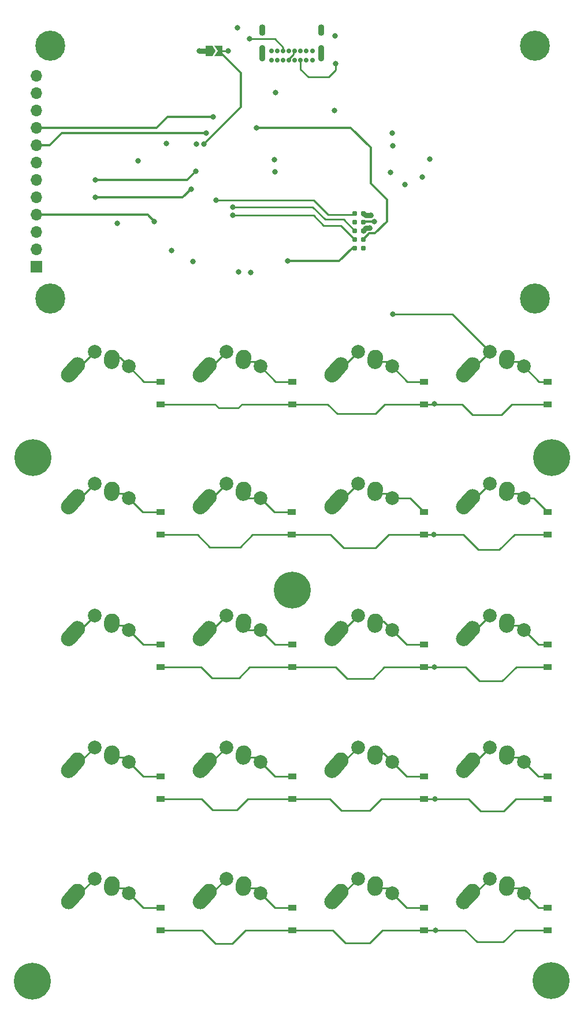
<source format=gbr>
%TF.GenerationSoftware,KiCad,Pcbnew,(5.1.6)-1*%
%TF.CreationDate,2020-12-15T22:49:58+02:00*%
%TF.ProjectId,macropad,6d616372-6f70-4616-942e-6b696361645f,rev?*%
%TF.SameCoordinates,Original*%
%TF.FileFunction,Copper,L4,Bot*%
%TF.FilePolarity,Positive*%
%FSLAX46Y46*%
G04 Gerber Fmt 4.6, Leading zero omitted, Abs format (unit mm)*
G04 Created by KiCad (PCBNEW (5.1.6)-1) date 2020-12-15 22:49:58*
%MOMM*%
%LPD*%
G01*
G04 APERTURE LIST*
%TA.AperFunction,ComponentPad*%
%ADD10R,1.700000X1.700000*%
%TD*%
%TA.AperFunction,ComponentPad*%
%ADD11O,1.700000X1.700000*%
%TD*%
%TA.AperFunction,ComponentPad*%
%ADD12C,2.000000*%
%TD*%
%TA.AperFunction,ComponentPad*%
%ADD13C,2.250000*%
%TD*%
%TA.AperFunction,ComponentPad*%
%ADD14C,0.800000*%
%TD*%
%TA.AperFunction,ComponentPad*%
%ADD15C,5.400000*%
%TD*%
%TA.AperFunction,ComponentPad*%
%ADD16C,0.700000*%
%TD*%
%TA.AperFunction,ComponentPad*%
%ADD17C,4.400000*%
%TD*%
%TA.AperFunction,SMDPad,CuDef*%
%ADD18R,1.200000X0.900000*%
%TD*%
%TA.AperFunction,ComponentPad*%
%ADD19O,0.900000X2.400000*%
%TD*%
%TA.AperFunction,ComponentPad*%
%ADD20O,0.900000X1.700000*%
%TD*%
%TA.AperFunction,ConnectorPad*%
%ADD21C,0.787400*%
%TD*%
%TA.AperFunction,SMDPad,CuDef*%
%ADD22C,0.100000*%
%TD*%
%TA.AperFunction,ViaPad*%
%ADD23C,0.800000*%
%TD*%
%TA.AperFunction,Conductor*%
%ADD24C,0.300000*%
%TD*%
%TA.AperFunction,Conductor*%
%ADD25C,0.750000*%
%TD*%
%TA.AperFunction,Conductor*%
%ADD26C,0.250000*%
%TD*%
G04 APERTURE END LIST*
D10*
%TO.P,J3,1*%
%TO.N,GND*%
X81900000Y-74050000D03*
D11*
%TO.P,J3,2*%
%TO.N,LCD_LED*%
X81900000Y-71510000D03*
%TO.P,J3,3*%
%TO.N,+3V3*%
X81900000Y-68970000D03*
%TO.P,J3,4*%
%TO.N,TS_IQR*%
X81900000Y-66430000D03*
%TO.P,J3,5*%
%TO.N,TS_BSY*%
X81900000Y-63890000D03*
%TO.P,J3,6*%
%TO.N,TS_CS*%
X81900000Y-61350000D03*
%TO.P,J3,7*%
%TO.N,SPI_MISO*%
X81900000Y-58810000D03*
%TO.P,J3,8*%
%TO.N,SPI_MOSI*%
X81900000Y-56270000D03*
%TO.P,J3,9*%
%TO.N,SPI_SCK*%
X81900000Y-53730000D03*
%TO.P,J3,10*%
%TO.N,LCD_CS*%
X81900000Y-51190000D03*
%TO.P,J3,11*%
%TO.N,LCD_DC*%
X81900000Y-48650000D03*
%TO.P,J3,12*%
%TO.N,LCD_RST*%
X81900000Y-46110000D03*
%TD*%
D12*
%TO.P,SW2,2*%
%TO.N,Col2*%
X109700000Y-86500000D03*
%TO.P,SW2,1*%
%TO.N,Net-(D2-Pad2)*%
X114700000Y-88600000D03*
D13*
%TO.P,SW2,2*%
%TO.N,Col2*%
X107200000Y-88400000D03*
%TA.AperFunction,ComponentPad*%
G36*
G01*
X105138688Y-90697351D02*
X105138688Y-90697350D01*
G75*
G02*
X105052650Y-89108688I751312J837350D01*
G01*
X106362640Y-87648680D01*
G75*
G02*
X107951302Y-87562642I837350J-751312D01*
G01*
X107951302Y-87562642D01*
G75*
G02*
X108037340Y-89151304I-751312J-837350D01*
G01*
X106727350Y-90611312D01*
G75*
G02*
X105138688Y-90697350I-837350J751312D01*
G01*
G37*
%TD.AperFunction*%
%TO.P,SW2,1*%
%TO.N,Net-(D2-Pad2)*%
X112240000Y-87320000D03*
%TA.AperFunction,ComponentPad*%
G36*
G01*
X112123483Y-89022395D02*
X112123483Y-89022395D01*
G75*
G02*
X111077605Y-87823483I76517J1122395D01*
G01*
X111117147Y-87243451D01*
G75*
G02*
X112316059Y-86197573I1122395J-76517D01*
G01*
X112316059Y-86197573D01*
G75*
G02*
X113361937Y-87396485I-76517J-1122395D01*
G01*
X113322395Y-87976517D01*
G75*
G02*
X112123483Y-89022395I-1122395J76517D01*
G01*
G37*
%TD.AperFunction*%
%TD*%
D14*
%TO.P,H9,1*%
%TO.N,GND*%
X158781891Y-177118109D03*
X157350000Y-176525000D03*
X155918109Y-177118109D03*
X155325000Y-178550000D03*
X155918109Y-179981891D03*
X157350000Y-180575000D03*
X158781891Y-179981891D03*
X159375000Y-178550000D03*
D15*
X157350000Y-178550000D03*
%TD*%
D16*
%TO.P,H4,1*%
%TO.N,GND*%
X156066726Y-77533274D03*
X154900000Y-77050000D03*
X153733274Y-77533274D03*
X153250000Y-78700000D03*
X153733274Y-79866726D03*
X154900000Y-80350000D03*
X156066726Y-79866726D03*
X156550000Y-78700000D03*
D17*
X154900000Y-78700000D03*
%TD*%
D16*
%TO.P,H3,1*%
%TO.N,GND*%
X85066726Y-77533274D03*
X83900000Y-77050000D03*
X82733274Y-77533274D03*
X82250000Y-78700000D03*
X82733274Y-79866726D03*
X83900000Y-80350000D03*
X85066726Y-79866726D03*
X85550000Y-78700000D03*
D17*
X83900000Y-78700000D03*
%TD*%
D16*
%TO.P,H2,1*%
%TO.N,GND*%
X156066726Y-40533274D03*
X154900000Y-40050000D03*
X153733274Y-40533274D03*
X153250000Y-41700000D03*
X153733274Y-42866726D03*
X154900000Y-43350000D03*
X156066726Y-42866726D03*
X156550000Y-41700000D03*
D17*
X154900000Y-41700000D03*
%TD*%
D16*
%TO.P,H1,1*%
%TO.N,GND*%
X85066726Y-40533274D03*
X83900000Y-40050000D03*
X82733274Y-40533274D03*
X82250000Y-41700000D03*
X82733274Y-42866726D03*
X83900000Y-43350000D03*
X85066726Y-42866726D03*
X85550000Y-41700000D03*
D17*
X83900000Y-41700000D03*
%TD*%
D18*
%TO.P,D1,1*%
%TO.N,Row1*%
X100050000Y-94150000D03*
%TO.P,D1,2*%
%TO.N,Net-(D1-Pad2)*%
X100050000Y-90850000D03*
%TD*%
%TO.P,D2,1*%
%TO.N,Row1*%
X119350000Y-94150000D03*
%TO.P,D2,2*%
%TO.N,Net-(D2-Pad2)*%
X119350000Y-90850000D03*
%TD*%
%TO.P,D3,2*%
%TO.N,Net-(D3-Pad2)*%
X138650000Y-90850000D03*
%TO.P,D3,1*%
%TO.N,Row1*%
X138650000Y-94150000D03*
%TD*%
%TO.P,D4,1*%
%TO.N,Row1*%
X156825000Y-94150000D03*
%TO.P,D4,2*%
%TO.N,Net-(D4-Pad2)*%
X156825000Y-90850000D03*
%TD*%
%TO.P,D5,2*%
%TO.N,Net-(D5-Pad2)*%
X100050000Y-109950000D03*
%TO.P,D5,1*%
%TO.N,Row2*%
X100050000Y-113250000D03*
%TD*%
%TO.P,D6,2*%
%TO.N,Net-(D6-Pad2)*%
X119300000Y-109950000D03*
%TO.P,D6,1*%
%TO.N,Row2*%
X119300000Y-113250000D03*
%TD*%
%TO.P,D7,1*%
%TO.N,Row2*%
X138700000Y-113250000D03*
%TO.P,D7,2*%
%TO.N,Net-(D7-Pad2)*%
X138700000Y-109950000D03*
%TD*%
%TO.P,D8,2*%
%TO.N,Net-(D8-Pad2)*%
X156825000Y-109950000D03*
%TO.P,D8,1*%
%TO.N,Row2*%
X156825000Y-113250000D03*
%TD*%
%TO.P,D9,1*%
%TO.N,Row3*%
X100050000Y-132650000D03*
%TO.P,D9,2*%
%TO.N,Net-(D9-Pad2)*%
X100050000Y-129350000D03*
%TD*%
%TO.P,D10,1*%
%TO.N,Row3*%
X119350000Y-132650000D03*
%TO.P,D10,2*%
%TO.N,Net-(D10-Pad2)*%
X119350000Y-129350000D03*
%TD*%
%TO.P,D11,2*%
%TO.N,Net-(D11-Pad2)*%
X138650000Y-129350000D03*
%TO.P,D11,1*%
%TO.N,Row3*%
X138650000Y-132650000D03*
%TD*%
%TO.P,D12,1*%
%TO.N,Row3*%
X156825000Y-132625000D03*
%TO.P,D12,2*%
%TO.N,Net-(D12-Pad2)*%
X156825000Y-129325000D03*
%TD*%
%TO.P,D13,2*%
%TO.N,Net-(D13-Pad2)*%
X100050000Y-148650000D03*
%TO.P,D13,1*%
%TO.N,Row4*%
X100050000Y-151950000D03*
%TD*%
%TO.P,D14,2*%
%TO.N,Net-(D14-Pad2)*%
X119350000Y-148650000D03*
%TO.P,D14,1*%
%TO.N,Row4*%
X119350000Y-151950000D03*
%TD*%
%TO.P,D15,1*%
%TO.N,Row4*%
X138650000Y-151950000D03*
%TO.P,D15,2*%
%TO.N,Net-(D15-Pad2)*%
X138650000Y-148650000D03*
%TD*%
%TO.P,D16,2*%
%TO.N,Net-(D16-Pad2)*%
X156825000Y-148650000D03*
%TO.P,D16,1*%
%TO.N,Row4*%
X156825000Y-151950000D03*
%TD*%
%TO.P,D17,1*%
%TO.N,Row5*%
X100050000Y-171150000D03*
%TO.P,D17,2*%
%TO.N,Net-(D17-Pad2)*%
X100050000Y-167850000D03*
%TD*%
%TO.P,D18,1*%
%TO.N,Row5*%
X119350000Y-171150000D03*
%TO.P,D18,2*%
%TO.N,Net-(D18-Pad2)*%
X119350000Y-167850000D03*
%TD*%
%TO.P,D19,2*%
%TO.N,Net-(D19-Pad2)*%
X138650000Y-167850000D03*
%TO.P,D19,1*%
%TO.N,Row5*%
X138650000Y-171150000D03*
%TD*%
%TO.P,D20,2*%
%TO.N,Net-(D20-Pad2)*%
X156825000Y-167850000D03*
%TO.P,D20,1*%
%TO.N,Row5*%
X156825000Y-171150000D03*
%TD*%
D15*
%TO.P,H5,1*%
%TO.N,GND*%
X81400000Y-102000000D03*
D14*
X83425000Y-102000000D03*
X82831891Y-103431891D03*
X81400000Y-104025000D03*
X79968109Y-103431891D03*
X79375000Y-102000000D03*
X79968109Y-100568109D03*
X81400000Y-99975000D03*
X82831891Y-100568109D03*
%TD*%
D15*
%TO.P,H6,1*%
%TO.N,GND*%
X157400000Y-102000000D03*
D14*
X159425000Y-102000000D03*
X158831891Y-103431891D03*
X157400000Y-104025000D03*
X155968109Y-103431891D03*
X155375000Y-102000000D03*
X155968109Y-100568109D03*
X157400000Y-99975000D03*
X158831891Y-100568109D03*
%TD*%
%TO.P,H7,1*%
%TO.N,GND*%
X120781891Y-119943109D03*
X119350000Y-119350000D03*
X117918109Y-119943109D03*
X117325000Y-121375000D03*
X117918109Y-122806891D03*
X119350000Y-123400000D03*
X120781891Y-122806891D03*
X121375000Y-121375000D03*
D15*
X119350000Y-121375000D03*
%TD*%
D14*
%TO.P,H8,1*%
%TO.N,GND*%
X82706891Y-177168109D03*
X81275000Y-176575000D03*
X79843109Y-177168109D03*
X79250000Y-178600000D03*
X79843109Y-180031891D03*
X81275000Y-180625000D03*
X82706891Y-180031891D03*
X83300000Y-178600000D03*
D15*
X81275000Y-178600000D03*
%TD*%
D16*
%TO.P,J1,A1*%
%TO.N,GND*%
X122300000Y-43800000D03*
%TO.P,J1,A4*%
%TO.N,+5V*%
X121450000Y-43800000D03*
%TO.P,J1,A5*%
%TO.N,Net-(J1-PadA5)*%
X120600000Y-43800000D03*
%TO.P,J1,A6*%
%TO.N,USB_D+*%
X119750000Y-43800000D03*
%TO.P,J1,A7*%
%TO.N,USB_D-*%
X118900000Y-43800000D03*
%TO.P,J1,A8*%
%TO.N,Net-(J1-PadA8)*%
X118050000Y-43800000D03*
%TO.P,J1,A9*%
%TO.N,+5V*%
X117200000Y-43800000D03*
%TO.P,J1,A12*%
%TO.N,GND*%
X116350000Y-43800000D03*
%TO.P,J1,B9*%
%TO.N,+5V*%
X121450000Y-42450000D03*
%TO.P,J1,B7*%
%TO.N,USB_D-*%
X119750000Y-42450000D03*
%TO.P,J1,B8*%
%TO.N,Net-(J1-PadB8)*%
X120600000Y-42450000D03*
%TO.P,J1,B12*%
%TO.N,GND*%
X122300000Y-42450000D03*
%TO.P,J1,B5*%
%TO.N,Net-(J1-PadB5)*%
X118050000Y-42450000D03*
%TO.P,J1,B4*%
%TO.N,+5V*%
X117200000Y-42450000D03*
%TO.P,J1,B1*%
%TO.N,GND*%
X116350000Y-42450000D03*
%TO.P,J1,B6*%
%TO.N,USB_D+*%
X118900000Y-42450000D03*
D19*
%TO.P,J1,S1*%
%TO.N,Net-(J1-PadS1)*%
X123650000Y-42820000D03*
X115000000Y-42820000D03*
D20*
X123650000Y-39440000D03*
X115000000Y-39440000D03*
%TD*%
D21*
%TO.P,J2,1*%
%TO.N,+3V3*%
X129785000Y-66210000D03*
%TO.P,J2,2*%
%TO.N,SWDIO*%
X129785000Y-67480000D03*
%TO.P,J2,3*%
%TO.N,GND*%
X129785000Y-68750000D03*
%TO.P,J2,4*%
%TO.N,SWCLK*%
X129785000Y-70020000D03*
%TO.P,J2,5*%
%TO.N,Net-(J2-Pad5)*%
X129785000Y-71290000D03*
%TO.P,J2,6*%
%TO.N,SWO*%
X128515000Y-71290000D03*
%TO.P,J2,7*%
%TO.N,UART_RX*%
X128515000Y-70020000D03*
%TO.P,J2,8*%
%TO.N,UART_TX*%
X128515000Y-68750000D03*
%TO.P,J2,9*%
%TO.N,Net-(J2-Pad9)*%
X128515000Y-67480000D03*
%TO.P,J2,10*%
%TO.N,NRST*%
X128515000Y-66210000D03*
%TD*%
%TO.P,SW1,1*%
%TO.N,Net-(D1-Pad2)*%
%TA.AperFunction,ComponentPad*%
G36*
G01*
X92823483Y-89022395D02*
X92823483Y-89022395D01*
G75*
G02*
X91777605Y-87823483I76517J1122395D01*
G01*
X91817147Y-87243451D01*
G75*
G02*
X93016059Y-86197573I1122395J-76517D01*
G01*
X93016059Y-86197573D01*
G75*
G02*
X94061937Y-87396485I-76517J-1122395D01*
G01*
X94022395Y-87976517D01*
G75*
G02*
X92823483Y-89022395I-1122395J76517D01*
G01*
G37*
%TD.AperFunction*%
D13*
X92940000Y-87320000D03*
%TO.P,SW1,2*%
%TO.N,Col1*%
%TA.AperFunction,ComponentPad*%
G36*
G01*
X85838688Y-90697351D02*
X85838688Y-90697350D01*
G75*
G02*
X85752650Y-89108688I751312J837350D01*
G01*
X87062640Y-87648680D01*
G75*
G02*
X88651302Y-87562642I837350J-751312D01*
G01*
X88651302Y-87562642D01*
G75*
G02*
X88737340Y-89151304I-751312J-837350D01*
G01*
X87427350Y-90611312D01*
G75*
G02*
X85838688Y-90697350I-837350J751312D01*
G01*
G37*
%TD.AperFunction*%
X87900000Y-88400000D03*
D12*
%TO.P,SW1,1*%
%TO.N,Net-(D1-Pad2)*%
X95400000Y-88600000D03*
%TO.P,SW1,2*%
%TO.N,Col1*%
X90400000Y-86500000D03*
%TD*%
%TO.P,SW3,2*%
%TO.N,Col3*%
X129000000Y-86500000D03*
%TO.P,SW3,1*%
%TO.N,Net-(D3-Pad2)*%
X134000000Y-88600000D03*
D13*
%TO.P,SW3,2*%
%TO.N,Col3*%
X126500000Y-88400000D03*
%TA.AperFunction,ComponentPad*%
G36*
G01*
X124438688Y-90697351D02*
X124438688Y-90697350D01*
G75*
G02*
X124352650Y-89108688I751312J837350D01*
G01*
X125662640Y-87648680D01*
G75*
G02*
X127251302Y-87562642I837350J-751312D01*
G01*
X127251302Y-87562642D01*
G75*
G02*
X127337340Y-89151304I-751312J-837350D01*
G01*
X126027350Y-90611312D01*
G75*
G02*
X124438688Y-90697350I-837350J751312D01*
G01*
G37*
%TD.AperFunction*%
%TO.P,SW3,1*%
%TO.N,Net-(D3-Pad2)*%
X131540000Y-87320000D03*
%TA.AperFunction,ComponentPad*%
G36*
G01*
X131423483Y-89022395D02*
X131423483Y-89022395D01*
G75*
G02*
X130377605Y-87823483I76517J1122395D01*
G01*
X130417147Y-87243451D01*
G75*
G02*
X131616059Y-86197573I1122395J-76517D01*
G01*
X131616059Y-86197573D01*
G75*
G02*
X132661937Y-87396485I-76517J-1122395D01*
G01*
X132622395Y-87976517D01*
G75*
G02*
X131423483Y-89022395I-1122395J76517D01*
G01*
G37*
%TD.AperFunction*%
%TD*%
%TO.P,SW4,1*%
%TO.N,Net-(D4-Pad2)*%
%TA.AperFunction,ComponentPad*%
G36*
G01*
X150723483Y-89022395D02*
X150723483Y-89022395D01*
G75*
G02*
X149677605Y-87823483I76517J1122395D01*
G01*
X149717147Y-87243451D01*
G75*
G02*
X150916059Y-86197573I1122395J-76517D01*
G01*
X150916059Y-86197573D01*
G75*
G02*
X151961937Y-87396485I-76517J-1122395D01*
G01*
X151922395Y-87976517D01*
G75*
G02*
X150723483Y-89022395I-1122395J76517D01*
G01*
G37*
%TD.AperFunction*%
X150840000Y-87320000D03*
%TO.P,SW4,2*%
%TO.N,Col4*%
%TA.AperFunction,ComponentPad*%
G36*
G01*
X143738688Y-90697351D02*
X143738688Y-90697350D01*
G75*
G02*
X143652650Y-89108688I751312J837350D01*
G01*
X144962640Y-87648680D01*
G75*
G02*
X146551302Y-87562642I837350J-751312D01*
G01*
X146551302Y-87562642D01*
G75*
G02*
X146637340Y-89151304I-751312J-837350D01*
G01*
X145327350Y-90611312D01*
G75*
G02*
X143738688Y-90697350I-837350J751312D01*
G01*
G37*
%TD.AperFunction*%
X145800000Y-88400000D03*
D12*
%TO.P,SW4,1*%
%TO.N,Net-(D4-Pad2)*%
X153300000Y-88600000D03*
%TO.P,SW4,2*%
%TO.N,Col4*%
X148300000Y-86500000D03*
%TD*%
%TO.P,SW5,2*%
%TO.N,Col1*%
X90400000Y-105800000D03*
%TO.P,SW5,1*%
%TO.N,Net-(D5-Pad2)*%
X95400000Y-107900000D03*
D13*
%TO.P,SW5,2*%
%TO.N,Col1*%
X87900000Y-107700000D03*
%TA.AperFunction,ComponentPad*%
G36*
G01*
X85838688Y-109997351D02*
X85838688Y-109997350D01*
G75*
G02*
X85752650Y-108408688I751312J837350D01*
G01*
X87062640Y-106948680D01*
G75*
G02*
X88651302Y-106862642I837350J-751312D01*
G01*
X88651302Y-106862642D01*
G75*
G02*
X88737340Y-108451304I-751312J-837350D01*
G01*
X87427350Y-109911312D01*
G75*
G02*
X85838688Y-109997350I-837350J751312D01*
G01*
G37*
%TD.AperFunction*%
%TO.P,SW5,1*%
%TO.N,Net-(D5-Pad2)*%
X92940000Y-106620000D03*
%TA.AperFunction,ComponentPad*%
G36*
G01*
X92823483Y-108322395D02*
X92823483Y-108322395D01*
G75*
G02*
X91777605Y-107123483I76517J1122395D01*
G01*
X91817147Y-106543451D01*
G75*
G02*
X93016059Y-105497573I1122395J-76517D01*
G01*
X93016059Y-105497573D01*
G75*
G02*
X94061937Y-106696485I-76517J-1122395D01*
G01*
X94022395Y-107276517D01*
G75*
G02*
X92823483Y-108322395I-1122395J76517D01*
G01*
G37*
%TD.AperFunction*%
%TD*%
%TO.P,SW6,1*%
%TO.N,Net-(D6-Pad2)*%
%TA.AperFunction,ComponentPad*%
G36*
G01*
X112123483Y-108322395D02*
X112123483Y-108322395D01*
G75*
G02*
X111077605Y-107123483I76517J1122395D01*
G01*
X111117147Y-106543451D01*
G75*
G02*
X112316059Y-105497573I1122395J-76517D01*
G01*
X112316059Y-105497573D01*
G75*
G02*
X113361937Y-106696485I-76517J-1122395D01*
G01*
X113322395Y-107276517D01*
G75*
G02*
X112123483Y-108322395I-1122395J76517D01*
G01*
G37*
%TD.AperFunction*%
X112240000Y-106620000D03*
%TO.P,SW6,2*%
%TO.N,Col2*%
%TA.AperFunction,ComponentPad*%
G36*
G01*
X105138688Y-109997351D02*
X105138688Y-109997350D01*
G75*
G02*
X105052650Y-108408688I751312J837350D01*
G01*
X106362640Y-106948680D01*
G75*
G02*
X107951302Y-106862642I837350J-751312D01*
G01*
X107951302Y-106862642D01*
G75*
G02*
X108037340Y-108451304I-751312J-837350D01*
G01*
X106727350Y-109911312D01*
G75*
G02*
X105138688Y-109997350I-837350J751312D01*
G01*
G37*
%TD.AperFunction*%
X107200000Y-107700000D03*
D12*
%TO.P,SW6,1*%
%TO.N,Net-(D6-Pad2)*%
X114700000Y-107900000D03*
%TO.P,SW6,2*%
%TO.N,Col2*%
X109700000Y-105800000D03*
%TD*%
%TO.P,SW7,1*%
%TO.N,Net-(D7-Pad2)*%
%TA.AperFunction,ComponentPad*%
G36*
G01*
X131423483Y-108322395D02*
X131423483Y-108322395D01*
G75*
G02*
X130377605Y-107123483I76517J1122395D01*
G01*
X130417147Y-106543451D01*
G75*
G02*
X131616059Y-105497573I1122395J-76517D01*
G01*
X131616059Y-105497573D01*
G75*
G02*
X132661937Y-106696485I-76517J-1122395D01*
G01*
X132622395Y-107276517D01*
G75*
G02*
X131423483Y-108322395I-1122395J76517D01*
G01*
G37*
%TD.AperFunction*%
D13*
X131540000Y-106620000D03*
%TO.P,SW7,2*%
%TO.N,Col3*%
%TA.AperFunction,ComponentPad*%
G36*
G01*
X124438688Y-109997351D02*
X124438688Y-109997350D01*
G75*
G02*
X124352650Y-108408688I751312J837350D01*
G01*
X125662640Y-106948680D01*
G75*
G02*
X127251302Y-106862642I837350J-751312D01*
G01*
X127251302Y-106862642D01*
G75*
G02*
X127337340Y-108451304I-751312J-837350D01*
G01*
X126027350Y-109911312D01*
G75*
G02*
X124438688Y-109997350I-837350J751312D01*
G01*
G37*
%TD.AperFunction*%
X126500000Y-107700000D03*
D12*
%TO.P,SW7,1*%
%TO.N,Net-(D7-Pad2)*%
X134000000Y-107900000D03*
%TO.P,SW7,2*%
%TO.N,Col3*%
X129000000Y-105800000D03*
%TD*%
%TO.P,SW8,2*%
%TO.N,Col4*%
X148300000Y-105800000D03*
%TO.P,SW8,1*%
%TO.N,Net-(D8-Pad2)*%
X153300000Y-107900000D03*
D13*
%TO.P,SW8,2*%
%TO.N,Col4*%
X145800000Y-107700000D03*
%TA.AperFunction,ComponentPad*%
G36*
G01*
X143738688Y-109997351D02*
X143738688Y-109997350D01*
G75*
G02*
X143652650Y-108408688I751312J837350D01*
G01*
X144962640Y-106948680D01*
G75*
G02*
X146551302Y-106862642I837350J-751312D01*
G01*
X146551302Y-106862642D01*
G75*
G02*
X146637340Y-108451304I-751312J-837350D01*
G01*
X145327350Y-109911312D01*
G75*
G02*
X143738688Y-109997350I-837350J751312D01*
G01*
G37*
%TD.AperFunction*%
%TO.P,SW8,1*%
%TO.N,Net-(D8-Pad2)*%
X150840000Y-106620000D03*
%TA.AperFunction,ComponentPad*%
G36*
G01*
X150723483Y-108322395D02*
X150723483Y-108322395D01*
G75*
G02*
X149677605Y-107123483I76517J1122395D01*
G01*
X149717147Y-106543451D01*
G75*
G02*
X150916059Y-105497573I1122395J-76517D01*
G01*
X150916059Y-105497573D01*
G75*
G02*
X151961937Y-106696485I-76517J-1122395D01*
G01*
X151922395Y-107276517D01*
G75*
G02*
X150723483Y-108322395I-1122395J76517D01*
G01*
G37*
%TD.AperFunction*%
%TD*%
D12*
%TO.P,SW9,2*%
%TO.N,Col1*%
X90400000Y-125100000D03*
%TO.P,SW9,1*%
%TO.N,Net-(D9-Pad2)*%
X95400000Y-127200000D03*
D13*
%TO.P,SW9,2*%
%TO.N,Col1*%
X87900000Y-127000000D03*
%TA.AperFunction,ComponentPad*%
G36*
G01*
X85838688Y-129297351D02*
X85838688Y-129297350D01*
G75*
G02*
X85752650Y-127708688I751312J837350D01*
G01*
X87062640Y-126248680D01*
G75*
G02*
X88651302Y-126162642I837350J-751312D01*
G01*
X88651302Y-126162642D01*
G75*
G02*
X88737340Y-127751304I-751312J-837350D01*
G01*
X87427350Y-129211312D01*
G75*
G02*
X85838688Y-129297350I-837350J751312D01*
G01*
G37*
%TD.AperFunction*%
%TO.P,SW9,1*%
%TO.N,Net-(D9-Pad2)*%
X92940000Y-125920000D03*
%TA.AperFunction,ComponentPad*%
G36*
G01*
X92823483Y-127622395D02*
X92823483Y-127622395D01*
G75*
G02*
X91777605Y-126423483I76517J1122395D01*
G01*
X91817147Y-125843451D01*
G75*
G02*
X93016059Y-124797573I1122395J-76517D01*
G01*
X93016059Y-124797573D01*
G75*
G02*
X94061937Y-125996485I-76517J-1122395D01*
G01*
X94022395Y-126576517D01*
G75*
G02*
X92823483Y-127622395I-1122395J76517D01*
G01*
G37*
%TD.AperFunction*%
%TD*%
D12*
%TO.P,SW10,2*%
%TO.N,Col2*%
X109700000Y-125100000D03*
%TO.P,SW10,1*%
%TO.N,Net-(D10-Pad2)*%
X114700000Y-127200000D03*
D13*
%TO.P,SW10,2*%
%TO.N,Col2*%
X107200000Y-127000000D03*
%TA.AperFunction,ComponentPad*%
G36*
G01*
X105138688Y-129297351D02*
X105138688Y-129297350D01*
G75*
G02*
X105052650Y-127708688I751312J837350D01*
G01*
X106362640Y-126248680D01*
G75*
G02*
X107951302Y-126162642I837350J-751312D01*
G01*
X107951302Y-126162642D01*
G75*
G02*
X108037340Y-127751304I-751312J-837350D01*
G01*
X106727350Y-129211312D01*
G75*
G02*
X105138688Y-129297350I-837350J751312D01*
G01*
G37*
%TD.AperFunction*%
%TO.P,SW10,1*%
%TO.N,Net-(D10-Pad2)*%
X112240000Y-125920000D03*
%TA.AperFunction,ComponentPad*%
G36*
G01*
X112123483Y-127622395D02*
X112123483Y-127622395D01*
G75*
G02*
X111077605Y-126423483I76517J1122395D01*
G01*
X111117147Y-125843451D01*
G75*
G02*
X112316059Y-124797573I1122395J-76517D01*
G01*
X112316059Y-124797573D01*
G75*
G02*
X113361937Y-125996485I-76517J-1122395D01*
G01*
X113322395Y-126576517D01*
G75*
G02*
X112123483Y-127622395I-1122395J76517D01*
G01*
G37*
%TD.AperFunction*%
%TD*%
D12*
%TO.P,SW11,2*%
%TO.N,Col3*%
X129000000Y-125100000D03*
%TO.P,SW11,1*%
%TO.N,Net-(D11-Pad2)*%
X134000000Y-127200000D03*
D13*
%TO.P,SW11,2*%
%TO.N,Col3*%
X126500000Y-127000000D03*
%TA.AperFunction,ComponentPad*%
G36*
G01*
X124438688Y-129297351D02*
X124438688Y-129297350D01*
G75*
G02*
X124352650Y-127708688I751312J837350D01*
G01*
X125662640Y-126248680D01*
G75*
G02*
X127251302Y-126162642I837350J-751312D01*
G01*
X127251302Y-126162642D01*
G75*
G02*
X127337340Y-127751304I-751312J-837350D01*
G01*
X126027350Y-129211312D01*
G75*
G02*
X124438688Y-129297350I-837350J751312D01*
G01*
G37*
%TD.AperFunction*%
%TO.P,SW11,1*%
%TO.N,Net-(D11-Pad2)*%
X131540000Y-125920000D03*
%TA.AperFunction,ComponentPad*%
G36*
G01*
X131423483Y-127622395D02*
X131423483Y-127622395D01*
G75*
G02*
X130377605Y-126423483I76517J1122395D01*
G01*
X130417147Y-125843451D01*
G75*
G02*
X131616059Y-124797573I1122395J-76517D01*
G01*
X131616059Y-124797573D01*
G75*
G02*
X132661937Y-125996485I-76517J-1122395D01*
G01*
X132622395Y-126576517D01*
G75*
G02*
X131423483Y-127622395I-1122395J76517D01*
G01*
G37*
%TD.AperFunction*%
%TD*%
%TO.P,SW12,1*%
%TO.N,Net-(D12-Pad2)*%
%TA.AperFunction,ComponentPad*%
G36*
G01*
X150723483Y-127622395D02*
X150723483Y-127622395D01*
G75*
G02*
X149677605Y-126423483I76517J1122395D01*
G01*
X149717147Y-125843451D01*
G75*
G02*
X150916059Y-124797573I1122395J-76517D01*
G01*
X150916059Y-124797573D01*
G75*
G02*
X151961937Y-125996485I-76517J-1122395D01*
G01*
X151922395Y-126576517D01*
G75*
G02*
X150723483Y-127622395I-1122395J76517D01*
G01*
G37*
%TD.AperFunction*%
X150840000Y-125920000D03*
%TO.P,SW12,2*%
%TO.N,Col4*%
%TA.AperFunction,ComponentPad*%
G36*
G01*
X143738688Y-129297351D02*
X143738688Y-129297350D01*
G75*
G02*
X143652650Y-127708688I751312J837350D01*
G01*
X144962640Y-126248680D01*
G75*
G02*
X146551302Y-126162642I837350J-751312D01*
G01*
X146551302Y-126162642D01*
G75*
G02*
X146637340Y-127751304I-751312J-837350D01*
G01*
X145327350Y-129211312D01*
G75*
G02*
X143738688Y-129297350I-837350J751312D01*
G01*
G37*
%TD.AperFunction*%
X145800000Y-127000000D03*
D12*
%TO.P,SW12,1*%
%TO.N,Net-(D12-Pad2)*%
X153300000Y-127200000D03*
%TO.P,SW12,2*%
%TO.N,Col4*%
X148300000Y-125100000D03*
%TD*%
%TO.P,SW13,1*%
%TO.N,Net-(D13-Pad2)*%
%TA.AperFunction,ComponentPad*%
G36*
G01*
X92823483Y-146922395D02*
X92823483Y-146922395D01*
G75*
G02*
X91777605Y-145723483I76517J1122395D01*
G01*
X91817147Y-145143451D01*
G75*
G02*
X93016059Y-144097573I1122395J-76517D01*
G01*
X93016059Y-144097573D01*
G75*
G02*
X94061937Y-145296485I-76517J-1122395D01*
G01*
X94022395Y-145876517D01*
G75*
G02*
X92823483Y-146922395I-1122395J76517D01*
G01*
G37*
%TD.AperFunction*%
D13*
X92940000Y-145220000D03*
%TO.P,SW13,2*%
%TO.N,Col1*%
%TA.AperFunction,ComponentPad*%
G36*
G01*
X85838688Y-148597351D02*
X85838688Y-148597350D01*
G75*
G02*
X85752650Y-147008688I751312J837350D01*
G01*
X87062640Y-145548680D01*
G75*
G02*
X88651302Y-145462642I837350J-751312D01*
G01*
X88651302Y-145462642D01*
G75*
G02*
X88737340Y-147051304I-751312J-837350D01*
G01*
X87427350Y-148511312D01*
G75*
G02*
X85838688Y-148597350I-837350J751312D01*
G01*
G37*
%TD.AperFunction*%
X87900000Y-146300000D03*
D12*
%TO.P,SW13,1*%
%TO.N,Net-(D13-Pad2)*%
X95400000Y-146500000D03*
%TO.P,SW13,2*%
%TO.N,Col1*%
X90400000Y-144400000D03*
%TD*%
%TO.P,SW14,1*%
%TO.N,Net-(D14-Pad2)*%
%TA.AperFunction,ComponentPad*%
G36*
G01*
X112123483Y-146922395D02*
X112123483Y-146922395D01*
G75*
G02*
X111077605Y-145723483I76517J1122395D01*
G01*
X111117147Y-145143451D01*
G75*
G02*
X112316059Y-144097573I1122395J-76517D01*
G01*
X112316059Y-144097573D01*
G75*
G02*
X113361937Y-145296485I-76517J-1122395D01*
G01*
X113322395Y-145876517D01*
G75*
G02*
X112123483Y-146922395I-1122395J76517D01*
G01*
G37*
%TD.AperFunction*%
D13*
X112240000Y-145220000D03*
%TO.P,SW14,2*%
%TO.N,Col2*%
%TA.AperFunction,ComponentPad*%
G36*
G01*
X105138688Y-148597351D02*
X105138688Y-148597350D01*
G75*
G02*
X105052650Y-147008688I751312J837350D01*
G01*
X106362640Y-145548680D01*
G75*
G02*
X107951302Y-145462642I837350J-751312D01*
G01*
X107951302Y-145462642D01*
G75*
G02*
X108037340Y-147051304I-751312J-837350D01*
G01*
X106727350Y-148511312D01*
G75*
G02*
X105138688Y-148597350I-837350J751312D01*
G01*
G37*
%TD.AperFunction*%
X107200000Y-146300000D03*
D12*
%TO.P,SW14,1*%
%TO.N,Net-(D14-Pad2)*%
X114700000Y-146500000D03*
%TO.P,SW14,2*%
%TO.N,Col2*%
X109700000Y-144400000D03*
%TD*%
%TO.P,SW15,1*%
%TO.N,Net-(D15-Pad2)*%
%TA.AperFunction,ComponentPad*%
G36*
G01*
X131423483Y-146922395D02*
X131423483Y-146922395D01*
G75*
G02*
X130377605Y-145723483I76517J1122395D01*
G01*
X130417147Y-145143451D01*
G75*
G02*
X131616059Y-144097573I1122395J-76517D01*
G01*
X131616059Y-144097573D01*
G75*
G02*
X132661937Y-145296485I-76517J-1122395D01*
G01*
X132622395Y-145876517D01*
G75*
G02*
X131423483Y-146922395I-1122395J76517D01*
G01*
G37*
%TD.AperFunction*%
D13*
X131540000Y-145220000D03*
%TO.P,SW15,2*%
%TO.N,Col3*%
%TA.AperFunction,ComponentPad*%
G36*
G01*
X124438688Y-148597351D02*
X124438688Y-148597350D01*
G75*
G02*
X124352650Y-147008688I751312J837350D01*
G01*
X125662640Y-145548680D01*
G75*
G02*
X127251302Y-145462642I837350J-751312D01*
G01*
X127251302Y-145462642D01*
G75*
G02*
X127337340Y-147051304I-751312J-837350D01*
G01*
X126027350Y-148511312D01*
G75*
G02*
X124438688Y-148597350I-837350J751312D01*
G01*
G37*
%TD.AperFunction*%
X126500000Y-146300000D03*
D12*
%TO.P,SW15,1*%
%TO.N,Net-(D15-Pad2)*%
X134000000Y-146500000D03*
%TO.P,SW15,2*%
%TO.N,Col3*%
X129000000Y-144400000D03*
%TD*%
%TO.P,SW16,1*%
%TO.N,Net-(D16-Pad2)*%
%TA.AperFunction,ComponentPad*%
G36*
G01*
X150723483Y-146922395D02*
X150723483Y-146922395D01*
G75*
G02*
X149677605Y-145723483I76517J1122395D01*
G01*
X149717147Y-145143451D01*
G75*
G02*
X150916059Y-144097573I1122395J-76517D01*
G01*
X150916059Y-144097573D01*
G75*
G02*
X151961937Y-145296485I-76517J-1122395D01*
G01*
X151922395Y-145876517D01*
G75*
G02*
X150723483Y-146922395I-1122395J76517D01*
G01*
G37*
%TD.AperFunction*%
D13*
X150840000Y-145220000D03*
%TO.P,SW16,2*%
%TO.N,Col4*%
%TA.AperFunction,ComponentPad*%
G36*
G01*
X143738688Y-148597351D02*
X143738688Y-148597350D01*
G75*
G02*
X143652650Y-147008688I751312J837350D01*
G01*
X144962640Y-145548680D01*
G75*
G02*
X146551302Y-145462642I837350J-751312D01*
G01*
X146551302Y-145462642D01*
G75*
G02*
X146637340Y-147051304I-751312J-837350D01*
G01*
X145327350Y-148511312D01*
G75*
G02*
X143738688Y-148597350I-837350J751312D01*
G01*
G37*
%TD.AperFunction*%
X145800000Y-146300000D03*
D12*
%TO.P,SW16,1*%
%TO.N,Net-(D16-Pad2)*%
X153300000Y-146500000D03*
%TO.P,SW16,2*%
%TO.N,Col4*%
X148300000Y-144400000D03*
%TD*%
%TO.P,SW17,2*%
%TO.N,Col1*%
X90400000Y-163600000D03*
%TO.P,SW17,1*%
%TO.N,Net-(D17-Pad2)*%
X95400000Y-165700000D03*
D13*
%TO.P,SW17,2*%
%TO.N,Col1*%
X87900000Y-165500000D03*
%TA.AperFunction,ComponentPad*%
G36*
G01*
X85838688Y-167797351D02*
X85838688Y-167797350D01*
G75*
G02*
X85752650Y-166208688I751312J837350D01*
G01*
X87062640Y-164748680D01*
G75*
G02*
X88651302Y-164662642I837350J-751312D01*
G01*
X88651302Y-164662642D01*
G75*
G02*
X88737340Y-166251304I-751312J-837350D01*
G01*
X87427350Y-167711312D01*
G75*
G02*
X85838688Y-167797350I-837350J751312D01*
G01*
G37*
%TD.AperFunction*%
%TO.P,SW17,1*%
%TO.N,Net-(D17-Pad2)*%
X92940000Y-164420000D03*
%TA.AperFunction,ComponentPad*%
G36*
G01*
X92823483Y-166122395D02*
X92823483Y-166122395D01*
G75*
G02*
X91777605Y-164923483I76517J1122395D01*
G01*
X91817147Y-164343451D01*
G75*
G02*
X93016059Y-163297573I1122395J-76517D01*
G01*
X93016059Y-163297573D01*
G75*
G02*
X94061937Y-164496485I-76517J-1122395D01*
G01*
X94022395Y-165076517D01*
G75*
G02*
X92823483Y-166122395I-1122395J76517D01*
G01*
G37*
%TD.AperFunction*%
%TD*%
D12*
%TO.P,SW18,2*%
%TO.N,Col2*%
X109700000Y-163600000D03*
%TO.P,SW18,1*%
%TO.N,Net-(D18-Pad2)*%
X114700000Y-165700000D03*
D13*
%TO.P,SW18,2*%
%TO.N,Col2*%
X107200000Y-165500000D03*
%TA.AperFunction,ComponentPad*%
G36*
G01*
X105138688Y-167797351D02*
X105138688Y-167797350D01*
G75*
G02*
X105052650Y-166208688I751312J837350D01*
G01*
X106362640Y-164748680D01*
G75*
G02*
X107951302Y-164662642I837350J-751312D01*
G01*
X107951302Y-164662642D01*
G75*
G02*
X108037340Y-166251304I-751312J-837350D01*
G01*
X106727350Y-167711312D01*
G75*
G02*
X105138688Y-167797350I-837350J751312D01*
G01*
G37*
%TD.AperFunction*%
%TO.P,SW18,1*%
%TO.N,Net-(D18-Pad2)*%
X112240000Y-164420000D03*
%TA.AperFunction,ComponentPad*%
G36*
G01*
X112123483Y-166122395D02*
X112123483Y-166122395D01*
G75*
G02*
X111077605Y-164923483I76517J1122395D01*
G01*
X111117147Y-164343451D01*
G75*
G02*
X112316059Y-163297573I1122395J-76517D01*
G01*
X112316059Y-163297573D01*
G75*
G02*
X113361937Y-164496485I-76517J-1122395D01*
G01*
X113322395Y-165076517D01*
G75*
G02*
X112123483Y-166122395I-1122395J76517D01*
G01*
G37*
%TD.AperFunction*%
%TD*%
D12*
%TO.P,SW19,2*%
%TO.N,Col3*%
X129000000Y-163600000D03*
%TO.P,SW19,1*%
%TO.N,Net-(D19-Pad2)*%
X134000000Y-165700000D03*
D13*
%TO.P,SW19,2*%
%TO.N,Col3*%
X126500000Y-165500000D03*
%TA.AperFunction,ComponentPad*%
G36*
G01*
X124438688Y-167797351D02*
X124438688Y-167797350D01*
G75*
G02*
X124352650Y-166208688I751312J837350D01*
G01*
X125662640Y-164748680D01*
G75*
G02*
X127251302Y-164662642I837350J-751312D01*
G01*
X127251302Y-164662642D01*
G75*
G02*
X127337340Y-166251304I-751312J-837350D01*
G01*
X126027350Y-167711312D01*
G75*
G02*
X124438688Y-167797350I-837350J751312D01*
G01*
G37*
%TD.AperFunction*%
%TO.P,SW19,1*%
%TO.N,Net-(D19-Pad2)*%
X131540000Y-164420000D03*
%TA.AperFunction,ComponentPad*%
G36*
G01*
X131423483Y-166122395D02*
X131423483Y-166122395D01*
G75*
G02*
X130377605Y-164923483I76517J1122395D01*
G01*
X130417147Y-164343451D01*
G75*
G02*
X131616059Y-163297573I1122395J-76517D01*
G01*
X131616059Y-163297573D01*
G75*
G02*
X132661937Y-164496485I-76517J-1122395D01*
G01*
X132622395Y-165076517D01*
G75*
G02*
X131423483Y-166122395I-1122395J76517D01*
G01*
G37*
%TD.AperFunction*%
%TD*%
%TO.P,SW20,1*%
%TO.N,Net-(D20-Pad2)*%
%TA.AperFunction,ComponentPad*%
G36*
G01*
X150723483Y-166122395D02*
X150723483Y-166122395D01*
G75*
G02*
X149677605Y-164923483I76517J1122395D01*
G01*
X149717147Y-164343451D01*
G75*
G02*
X150916059Y-163297573I1122395J-76517D01*
G01*
X150916059Y-163297573D01*
G75*
G02*
X151961937Y-164496485I-76517J-1122395D01*
G01*
X151922395Y-165076517D01*
G75*
G02*
X150723483Y-166122395I-1122395J76517D01*
G01*
G37*
%TD.AperFunction*%
X150840000Y-164420000D03*
%TO.P,SW20,2*%
%TO.N,Col4*%
%TA.AperFunction,ComponentPad*%
G36*
G01*
X143738688Y-167797351D02*
X143738688Y-167797350D01*
G75*
G02*
X143652650Y-166208688I751312J837350D01*
G01*
X144962640Y-164748680D01*
G75*
G02*
X146551302Y-164662642I837350J-751312D01*
G01*
X146551302Y-164662642D01*
G75*
G02*
X146637340Y-166251304I-751312J-837350D01*
G01*
X145327350Y-167711312D01*
G75*
G02*
X143738688Y-167797350I-837350J751312D01*
G01*
G37*
%TD.AperFunction*%
X145800000Y-165500000D03*
D12*
%TO.P,SW20,1*%
%TO.N,Net-(D20-Pad2)*%
X153300000Y-165700000D03*
%TO.P,SW20,2*%
%TO.N,Col4*%
X148300000Y-163600000D03*
%TD*%
%TA.AperFunction,SMDPad,CuDef*%
D22*
%TO.P,JP1,2*%
%TO.N,Net-(JP1-Pad2)*%
G36*
X109105000Y-43220000D02*
G01*
X107955000Y-43220000D01*
X108455000Y-42470000D01*
X107955000Y-41720000D01*
X109105000Y-41720000D01*
X109105000Y-43220000D01*
G37*
%TD.AperFunction*%
%TA.AperFunction,SMDPad,CuDef*%
%TO.P,JP1,1*%
%TO.N,+3V3*%
G36*
X108155000Y-42470000D02*
G01*
X107655000Y-43220000D01*
X106655000Y-43220000D01*
X106655000Y-41720000D01*
X107655000Y-41720000D01*
X108155000Y-42470000D01*
G37*
%TD.AperFunction*%
%TD*%
D23*
%TO.N,GND*%
X135880000Y-61990000D03*
X138440000Y-60930000D03*
X130730000Y-68380000D03*
X111360000Y-39090000D03*
X101700000Y-71650000D03*
X111500000Y-74820000D03*
X134020000Y-54440000D03*
X105330000Y-56050000D03*
X116870000Y-60140000D03*
X93740000Y-67710000D03*
X96780000Y-58580000D03*
X134100000Y-56380000D03*
X116890001Y-48560001D03*
X125670000Y-40280000D03*
%TO.N,+3V3*%
X130900000Y-66520000D03*
X105720000Y-42460000D03*
X113250000Y-74845000D03*
X133780000Y-60240000D03*
X104800000Y-73250000D03*
X100920000Y-56030000D03*
X116780000Y-58400000D03*
X125530000Y-51200000D03*
X139510000Y-58300000D03*
%TO.N,Row1*%
X140170000Y-94080000D03*
%TO.N,Row4*%
X140270000Y-151950000D03*
%TO.N,Row3*%
X140210000Y-132650000D03*
%TO.N,Row2*%
X140100000Y-113250000D03*
%TO.N,Row5*%
X140360000Y-171150000D03*
%TO.N,Net-(J1-PadA5)*%
X125750000Y-44310000D03*
%TO.N,Net-(J1-PadB5)*%
X113150000Y-40710000D03*
%TO.N,SWDIO*%
X131359424Y-67408220D03*
%TO.N,SWCLK*%
X114120000Y-53690000D03*
%TO.N,SWO*%
X118660000Y-73220000D03*
%TO.N,UART_RX*%
X110620000Y-66540000D03*
%TO.N,UART_TX*%
X110660000Y-65300000D03*
%TO.N,NRST*%
X108240000Y-64330000D03*
%TO.N,TS_BSY*%
X104520000Y-62680000D03*
X90510000Y-63890000D03*
%TO.N,TS_CS*%
X105220000Y-60080000D03*
X90510000Y-61350000D03*
%TO.N,SPI_MOSI*%
X106790000Y-54490000D03*
%TO.N,SPI_SCK*%
X107810000Y-52120000D03*
%TO.N,Net-(JP1-Pad2)*%
X109955000Y-42470000D03*
X106430000Y-56090000D03*
%TO.N,Col4*%
X134150000Y-81020000D03*
%TO.N,TS_IQR*%
X99150000Y-67400000D03*
%TD*%
D24*
%TO.N,GND*%
X129805000Y-68770000D02*
X129785000Y-68750000D01*
D25*
X130155000Y-68380000D02*
X129785000Y-68750000D01*
X130730000Y-68380000D02*
X130155000Y-68380000D01*
%TO.N,+3V3*%
X105730000Y-42470000D02*
X105720000Y-42460000D01*
X107155000Y-42470000D02*
X105730000Y-42470000D01*
X130095000Y-66520000D02*
X129785000Y-66210000D01*
X130900000Y-66520000D02*
X130095000Y-66520000D01*
D26*
%TO.N,Row1*%
X108586927Y-94718901D02*
X111406099Y-94718901D01*
X100050000Y-94150000D02*
X108018026Y-94150000D01*
X108018026Y-94150000D02*
X108586927Y-94718901D01*
X111975000Y-94150000D02*
X119350000Y-94150000D01*
X111406099Y-94718901D02*
X111975000Y-94150000D01*
X119350000Y-94150000D02*
X124575000Y-94150000D01*
X124575000Y-94150000D02*
X125950000Y-95525000D01*
X125950000Y-95525000D02*
X131550000Y-95525000D01*
X132925000Y-94150000D02*
X138650000Y-94150000D01*
X131550000Y-95525000D02*
X132925000Y-94150000D01*
X144275000Y-94150000D02*
X145825000Y-95700000D01*
X145825000Y-95700000D02*
X150025000Y-95700000D01*
X151575000Y-94150000D02*
X156825000Y-94150000D01*
X150025000Y-95700000D02*
X151575000Y-94150000D01*
D24*
X140170000Y-94080000D02*
X140240000Y-94150000D01*
D26*
X138650000Y-94150000D02*
X140240000Y-94150000D01*
X140240000Y-94150000D02*
X144275000Y-94150000D01*
%TO.N,Net-(D1-Pad2)*%
X97650000Y-90850000D02*
X95400000Y-88600000D01*
X100050000Y-90850000D02*
X97650000Y-90850000D01*
X94120000Y-87320000D02*
X92940000Y-87320000D01*
X95400000Y-88600000D02*
X94120000Y-87320000D01*
%TO.N,Net-(D2-Pad2)*%
X114000000Y-87900000D02*
X114700000Y-88600000D01*
X112200000Y-87900000D02*
X114000000Y-87900000D01*
X116950000Y-90850000D02*
X114700000Y-88600000D01*
X119350000Y-90850000D02*
X116950000Y-90850000D01*
%TO.N,Net-(D3-Pad2)*%
X133300000Y-87900000D02*
X134000000Y-88600000D01*
X131500000Y-87900000D02*
X133300000Y-87900000D01*
X136250000Y-90850000D02*
X134000000Y-88600000D01*
X138650000Y-90850000D02*
X136250000Y-90850000D01*
%TO.N,Net-(D4-Pad2)*%
X152600000Y-87900000D02*
X153300000Y-88600000D01*
X150800000Y-87900000D02*
X152600000Y-87900000D01*
X155550000Y-90850000D02*
X156825000Y-90850000D01*
X153300000Y-88600000D02*
X155550000Y-90850000D01*
%TO.N,Net-(D5-Pad2)*%
X97450000Y-109950000D02*
X95400000Y-107900000D01*
X100050000Y-109950000D02*
X97450000Y-109950000D01*
X94700000Y-107200000D02*
X95400000Y-107900000D01*
X92900000Y-107200000D02*
X94700000Y-107200000D01*
%TO.N,Row4*%
X100050000Y-151950000D02*
X106075000Y-151950000D01*
X106075000Y-151950000D02*
X107675000Y-153550000D01*
X107675000Y-153550000D02*
X111225000Y-153550000D01*
X112825000Y-151950000D02*
X119350000Y-151950000D01*
X111225000Y-153550000D02*
X112825000Y-151950000D01*
X119350000Y-151950000D02*
X124900000Y-151950000D01*
X124900000Y-151950000D02*
X126575000Y-153625000D01*
X126575000Y-153625000D02*
X130750000Y-153625000D01*
X132425000Y-151950000D02*
X138650000Y-151950000D01*
X130750000Y-153625000D02*
X132425000Y-151950000D01*
X156825000Y-151950000D02*
X152150000Y-151950000D01*
X152150000Y-151950000D02*
X150375000Y-153725000D01*
X150375000Y-153725000D02*
X146975000Y-153725000D01*
X146975000Y-153725000D02*
X145200000Y-151950000D01*
X145200000Y-151950000D02*
X140270000Y-151950000D01*
X140270000Y-151950000D02*
X138650000Y-151950000D01*
%TO.N,Net-(D6-Pad2)*%
X116750000Y-109950000D02*
X114700000Y-107900000D01*
X119300000Y-109950000D02*
X116750000Y-109950000D01*
X112900000Y-107900000D02*
X112200000Y-107200000D01*
X114700000Y-107900000D02*
X112900000Y-107900000D01*
%TO.N,Net-(D7-Pad2)*%
X133300000Y-107200000D02*
X134000000Y-107900000D01*
X131500000Y-107200000D02*
X133300000Y-107200000D01*
X136650000Y-107900000D02*
X138700000Y-109950000D01*
X134000000Y-107900000D02*
X136650000Y-107900000D01*
%TO.N,Net-(D8-Pad2)*%
X152600000Y-107200000D02*
X153300000Y-107900000D01*
X150800000Y-107200000D02*
X152600000Y-107200000D01*
X154775000Y-107900000D02*
X156825000Y-109950000D01*
X153300000Y-107900000D02*
X154775000Y-107900000D01*
%TO.N,Row3*%
X100050000Y-132650000D02*
X106000000Y-132650000D01*
X106000000Y-132650000D02*
X107575000Y-134225000D01*
X107575000Y-134225000D02*
X111575000Y-134225000D01*
X113150000Y-132650000D02*
X119350000Y-132650000D01*
X111575000Y-134225000D02*
X113150000Y-132650000D01*
X119350000Y-132650000D02*
X125750000Y-132650000D01*
X125750000Y-132650000D02*
X127425000Y-134325000D01*
X127425000Y-134325000D02*
X131200000Y-134325000D01*
X132875000Y-132650000D02*
X138650000Y-132650000D01*
X131200000Y-134325000D02*
X132875000Y-132650000D01*
X156825000Y-132625000D02*
X152200000Y-132625000D01*
X152200000Y-132625000D02*
X150125000Y-134700000D01*
X150125000Y-134700000D02*
X146850000Y-134700000D01*
X146850000Y-134700000D02*
X144800000Y-132650000D01*
X144800000Y-132650000D02*
X140210000Y-132650000D01*
X140210000Y-132650000D02*
X138650000Y-132650000D01*
%TO.N,Net-(D9-Pad2)*%
X94700000Y-126500000D02*
X95400000Y-127200000D01*
X92900000Y-126500000D02*
X94700000Y-126500000D01*
X97550000Y-129350000D02*
X95400000Y-127200000D01*
X100050000Y-129350000D02*
X97550000Y-129350000D01*
%TO.N,Net-(D10-Pad2)*%
X116850000Y-129350000D02*
X114700000Y-127200000D01*
X119350000Y-129350000D02*
X116850000Y-129350000D01*
X112900000Y-127200000D02*
X112200000Y-126500000D01*
X114700000Y-127200000D02*
X112900000Y-127200000D01*
%TO.N,Net-(D11-Pad2)*%
X136150000Y-129350000D02*
X134000000Y-127200000D01*
X138650000Y-129350000D02*
X136150000Y-129350000D01*
X132720000Y-125920000D02*
X131540000Y-125920000D01*
X134000000Y-127200000D02*
X132720000Y-125920000D01*
%TO.N,Net-(D12-Pad2)*%
X152600000Y-126500000D02*
X153300000Y-127200000D01*
X150800000Y-126500000D02*
X152600000Y-126500000D01*
X155425000Y-129325000D02*
X153300000Y-127200000D01*
X156825000Y-129325000D02*
X155425000Y-129325000D01*
%TO.N,Net-(D13-Pad2)*%
X94700000Y-145800000D02*
X95400000Y-146500000D01*
X92900000Y-145800000D02*
X94700000Y-145800000D01*
X97550000Y-148650000D02*
X95400000Y-146500000D01*
X100050000Y-148650000D02*
X97550000Y-148650000D01*
%TO.N,Row2*%
X144400000Y-113250000D02*
X146625000Y-115475000D01*
X146625000Y-115475000D02*
X149725000Y-115475000D01*
X151950000Y-113250000D02*
X156825000Y-113250000D01*
X149725000Y-115475000D02*
X151950000Y-113250000D01*
X138700000Y-113250000D02*
X133550000Y-113250000D01*
X133550000Y-113250000D02*
X131600000Y-115200000D01*
X131600000Y-115200000D02*
X126900000Y-115200000D01*
X124950000Y-113250000D02*
X119300000Y-113250000D01*
X126900000Y-115200000D02*
X124950000Y-113250000D01*
X119300000Y-113250000D02*
X113575000Y-113250000D01*
X113575000Y-113250000D02*
X111725000Y-115100000D01*
X111725000Y-115100000D02*
X107300000Y-115100000D01*
X105450000Y-113250000D02*
X100050000Y-113250000D01*
X107300000Y-115100000D02*
X105450000Y-113250000D01*
X138700000Y-113250000D02*
X140100000Y-113250000D01*
X140100000Y-113250000D02*
X144400000Y-113250000D01*
%TO.N,Net-(D14-Pad2)*%
X116850000Y-148650000D02*
X114700000Y-146500000D01*
X119350000Y-148650000D02*
X116850000Y-148650000D01*
X114000000Y-145800000D02*
X114700000Y-146500000D01*
X112200000Y-145800000D02*
X114000000Y-145800000D01*
%TO.N,Net-(D15-Pad2)*%
X136150000Y-148650000D02*
X134000000Y-146500000D01*
X138650000Y-148650000D02*
X136150000Y-148650000D01*
X132720000Y-145220000D02*
X131540000Y-145220000D01*
X134000000Y-146500000D02*
X132720000Y-145220000D01*
%TO.N,Net-(D16-Pad2)*%
X152600000Y-145800000D02*
X153300000Y-146500000D01*
X150800000Y-145800000D02*
X152600000Y-145800000D01*
X155450000Y-148650000D02*
X153300000Y-146500000D01*
X156825000Y-148650000D02*
X155450000Y-148650000D01*
%TO.N,Row5*%
X156825000Y-171150000D02*
X152025000Y-171150000D01*
X152025000Y-171150000D02*
X150300000Y-172875000D01*
X150300000Y-172875000D02*
X146450000Y-172875000D01*
X146450000Y-172875000D02*
X144725000Y-171150000D01*
X138650000Y-171150000D02*
X132600000Y-171150000D01*
X132600000Y-171150000D02*
X130750000Y-173000000D01*
X130750000Y-173000000D02*
X127175000Y-173000000D01*
X125325000Y-171150000D02*
X119350000Y-171150000D01*
X127175000Y-173000000D02*
X125325000Y-171150000D01*
X119350000Y-171150000D02*
X112525000Y-171150000D01*
X112525000Y-171150000D02*
X110575000Y-173100000D01*
X110575000Y-173100000D02*
X108100000Y-173100000D01*
X106150000Y-171150000D02*
X100050000Y-171150000D01*
X108100000Y-173100000D02*
X106150000Y-171150000D01*
X144725000Y-171150000D02*
X140360000Y-171150000D01*
X140360000Y-171150000D02*
X138650000Y-171150000D01*
%TO.N,Net-(D17-Pad2)*%
X97550000Y-167850000D02*
X95400000Y-165700000D01*
X100050000Y-167850000D02*
X97550000Y-167850000D01*
X94700000Y-165000000D02*
X95400000Y-165700000D01*
X92900000Y-165000000D02*
X94700000Y-165000000D01*
%TO.N,Net-(D18-Pad2)*%
X114000000Y-165000000D02*
X114700000Y-165700000D01*
X112200000Y-165000000D02*
X114000000Y-165000000D01*
X116850000Y-167850000D02*
X114700000Y-165700000D01*
X119350000Y-167850000D02*
X116850000Y-167850000D01*
%TO.N,Net-(D19-Pad2)*%
X133300000Y-165000000D02*
X134000000Y-165700000D01*
X131500000Y-165000000D02*
X133300000Y-165000000D01*
X136150000Y-167850000D02*
X134000000Y-165700000D01*
X138650000Y-167850000D02*
X136150000Y-167850000D01*
%TO.N,Net-(D20-Pad2)*%
X155450000Y-167850000D02*
X153300000Y-165700000D01*
X156825000Y-167850000D02*
X155450000Y-167850000D01*
X152600000Y-165000000D02*
X153300000Y-165700000D01*
X150800000Y-165000000D02*
X152600000Y-165000000D01*
%TO.N,Net-(J1-PadA5)*%
X120600000Y-43800000D02*
X120600000Y-45140000D01*
X120600000Y-45140000D02*
X121750000Y-46290000D01*
X121750000Y-46290000D02*
X124690000Y-46290000D01*
X124690000Y-46290000D02*
X125750000Y-45230000D01*
X125750000Y-45230000D02*
X125750000Y-44310000D01*
%TO.N,USB_D-*%
X118900000Y-43650998D02*
X118900000Y-43800000D01*
X119575001Y-42474999D02*
X119575001Y-42975997D01*
X119575001Y-42975997D02*
X118900000Y-43650998D01*
X119600000Y-42450000D02*
X119575001Y-42474999D01*
X119750000Y-42450000D02*
X119600000Y-42450000D01*
%TO.N,Net-(J1-PadB5)*%
X116804974Y-40710000D02*
X113150000Y-40710000D01*
X118050000Y-42450000D02*
X118050000Y-41955026D01*
X118050000Y-41955026D02*
X116804974Y-40710000D01*
D24*
%TO.N,SWDIO*%
X129856780Y-67408220D02*
X129785000Y-67480000D01*
X131359424Y-67408220D02*
X129856780Y-67408220D01*
%TO.N,SWCLK*%
X131102453Y-69117549D02*
X131090001Y-69130001D01*
X131512451Y-69117549D02*
X131102453Y-69117549D01*
X133227451Y-67402549D02*
X131512451Y-69117549D01*
X114120000Y-53690000D02*
X127920002Y-53690000D01*
X130674999Y-69130001D02*
X129785000Y-70020000D01*
X130850000Y-61824572D02*
X133227451Y-64202023D01*
X131090001Y-69130001D02*
X130674999Y-69130001D01*
X127920002Y-53690000D02*
X130850000Y-56619998D01*
X130850000Y-56619998D02*
X130850000Y-61824572D01*
X133227451Y-64202023D02*
X133227451Y-67402549D01*
%TO.N,SWO*%
X128152954Y-71290000D02*
X128515000Y-71290000D01*
X126222954Y-73220000D02*
X128152954Y-71290000D01*
X118660000Y-73220000D02*
X126222954Y-73220000D01*
D26*
%TO.N,UART_RX*%
X110620000Y-66540000D02*
X122490000Y-66540000D01*
X122490000Y-66540000D02*
X123960000Y-68010000D01*
X126505000Y-68010000D02*
X128515000Y-70020000D01*
X123960000Y-68010000D02*
X126505000Y-68010000D01*
%TO.N,UART_TX*%
X110660000Y-65300000D02*
X122360000Y-65300000D01*
X122360000Y-65300000D02*
X124190000Y-67130000D01*
X126895000Y-67130000D02*
X128515000Y-68750000D01*
X124190000Y-67130000D02*
X126895000Y-67130000D01*
%TO.N,NRST*%
X108240000Y-64330000D02*
X122520000Y-64330000D01*
X128272549Y-66452451D02*
X128515000Y-66210000D01*
X124642451Y-66452451D02*
X128272549Y-66452451D01*
X122520000Y-64330000D02*
X124642451Y-66452451D01*
D24*
%TO.N,TS_BSY*%
X104520000Y-62680000D02*
X103310000Y-63890000D01*
X103310000Y-63890000D02*
X90510000Y-63890000D01*
%TO.N,TS_CS*%
X105220000Y-60080000D02*
X103950000Y-61350000D01*
X103950000Y-61350000D02*
X90510000Y-61350000D01*
%TO.N,SPI_MOSI*%
X106790000Y-54490000D02*
X85570000Y-54490000D01*
X83790000Y-56270000D02*
X81900000Y-56270000D01*
X85570000Y-54490000D02*
X83790000Y-56270000D01*
%TO.N,SPI_SCK*%
X99489998Y-53730000D02*
X81900000Y-53730000D01*
X101099998Y-52120000D02*
X99489998Y-53730000D01*
X107810000Y-52120000D02*
X101099998Y-52120000D01*
D26*
%TO.N,Net-(JP1-Pad2)*%
X109955000Y-42470000D02*
X108605000Y-42470000D01*
D24*
X106430000Y-56090000D02*
X111840000Y-50680000D01*
X111840000Y-45705000D02*
X108605000Y-42470000D01*
X111840000Y-50680000D02*
X111840000Y-45705000D01*
D26*
%TO.N,Col1*%
X87040000Y-89860000D02*
X90400000Y-86500000D01*
X86590000Y-89860000D02*
X87040000Y-89860000D01*
X88500000Y-107700000D02*
X87900000Y-107700000D01*
X90400000Y-105800000D02*
X88500000Y-107700000D01*
X88500000Y-127000000D02*
X87900000Y-127000000D01*
X90400000Y-125100000D02*
X88500000Y-127000000D01*
X88500000Y-146300000D02*
X87900000Y-146300000D01*
X90400000Y-144400000D02*
X88500000Y-146300000D01*
X87040000Y-166960000D02*
X86590000Y-166960000D01*
X90400000Y-163600000D02*
X87040000Y-166960000D01*
%TO.N,Col2*%
X106340000Y-89860000D02*
X109700000Y-86500000D01*
X105890000Y-89860000D02*
X106340000Y-89860000D01*
X107800000Y-107700000D02*
X107200000Y-107700000D01*
X109700000Y-105800000D02*
X107800000Y-107700000D01*
X107800000Y-127000000D02*
X107200000Y-127000000D01*
X109700000Y-125100000D02*
X107800000Y-127000000D01*
X107800000Y-146300000D02*
X107200000Y-146300000D01*
X109700000Y-144400000D02*
X107800000Y-146300000D01*
X107800000Y-165500000D02*
X107200000Y-165500000D01*
X109700000Y-163600000D02*
X107800000Y-165500000D01*
%TO.N,Col3*%
X125640000Y-89860000D02*
X129000000Y-86500000D01*
X125190000Y-89860000D02*
X125640000Y-89860000D01*
X125640000Y-109160000D02*
X129000000Y-105800000D01*
X125190000Y-109160000D02*
X125640000Y-109160000D01*
X127100000Y-127000000D02*
X126500000Y-127000000D01*
X129000000Y-125100000D02*
X127100000Y-127000000D01*
X127100000Y-146300000D02*
X126500000Y-146300000D01*
X129000000Y-144400000D02*
X127100000Y-146300000D01*
X125640000Y-166960000D02*
X125190000Y-166960000D01*
X129000000Y-163600000D02*
X125640000Y-166960000D01*
%TO.N,Col4*%
X144940000Y-89860000D02*
X148300000Y-86500000D01*
X144490000Y-89860000D02*
X144940000Y-89860000D01*
X146400000Y-107700000D02*
X145800000Y-107700000D01*
X148300000Y-105800000D02*
X146400000Y-107700000D01*
X144940000Y-128460000D02*
X148300000Y-125100000D01*
X144490000Y-128460000D02*
X144940000Y-128460000D01*
X144940000Y-147760000D02*
X148300000Y-144400000D01*
X144490000Y-147760000D02*
X144940000Y-147760000D01*
X144940000Y-166960000D02*
X144490000Y-166960000D01*
X148300000Y-163600000D02*
X144940000Y-166960000D01*
X142820000Y-81020000D02*
X148300000Y-86500000D01*
X134150000Y-81020000D02*
X142820000Y-81020000D01*
D24*
%TO.N,TS_IQR*%
X81900000Y-66430000D02*
X98180000Y-66430000D01*
X98180000Y-66430000D02*
X99150000Y-67400000D01*
%TD*%
M02*

</source>
